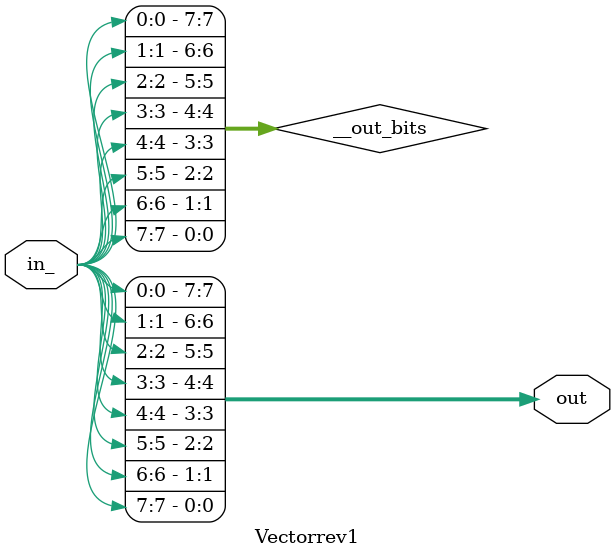
<source format=sv>
module Vectorrev1(
  input  wire [7:0] in_,
  output wire [7:0] out
);

  // Variables for output ports
  logic [7:0] __out_bits;

  // @comb update():
  always_comb
    __out_bits = {in_[0], in_[1], in_[2], in_[3], in_[4], in_[5], in_[6], in_[7]};

  assign out = __out_bits;
endmodule

</source>
